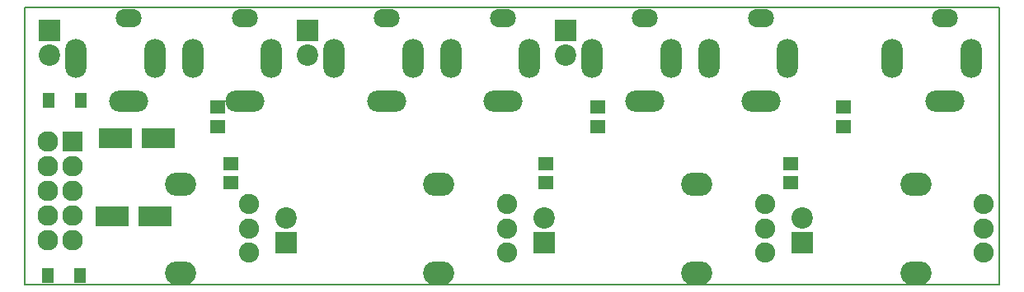
<source format=gbs>
G04 #@! TF.FileFunction,Soldermask,Bot*
%FSLAX46Y46*%
G04 Gerber Fmt 4.6, Leading zero omitted, Abs format (unit mm)*
G04 Created by KiCad (PCBNEW 4.0.5) date 08/02/17 20:53:55*
%MOMM*%
%LPD*%
G01*
G04 APERTURE LIST*
%ADD10C,0.100000*%
%ADD11C,0.150000*%
%ADD12R,3.400000X2.000000*%
%ADD13R,1.300000X1.600000*%
%ADD14R,2.200000X2.200000*%
%ADD15C,2.200000*%
%ADD16R,1.650000X1.400000*%
%ADD17C,2.076400*%
%ADD18O,3.200000X2.400000*%
%ADD19R,2.127200X2.127200*%
%ADD20O,2.127200X2.127200*%
%ADD21O,4.000000X2.200000*%
%ADD22O,2.650000X1.900000*%
%ADD23O,2.200000X4.000000*%
G04 APERTURE END LIST*
D10*
D11*
X98501100Y-119238600D02*
X198501100Y-119238600D01*
X198501100Y-119238600D02*
X198501100Y-90768600D01*
X198501100Y-90768600D02*
X98501100Y-90768600D01*
X98501100Y-90768600D02*
X98501100Y-119238600D01*
D12*
X111800000Y-112200000D03*
X107400000Y-112200000D03*
X107800000Y-104200000D03*
X112200000Y-104200000D03*
D13*
X100950000Y-100300000D03*
X104250000Y-100300000D03*
X104150000Y-118300000D03*
X100850000Y-118300000D03*
D14*
X154000000Y-93100000D03*
D15*
X154000000Y-95640000D03*
D14*
X178300000Y-114940000D03*
D15*
X178300000Y-112400000D03*
D14*
X127500000Y-93100000D03*
D15*
X127500000Y-95640000D03*
D14*
X151800000Y-114940000D03*
D15*
X151800000Y-112400000D03*
D14*
X101000000Y-93100000D03*
D15*
X101000000Y-95640000D03*
D14*
X125300000Y-114940000D03*
D15*
X125300000Y-112400000D03*
D16*
X152000000Y-106800000D03*
X152000000Y-108800000D03*
X119600000Y-106800000D03*
X119600000Y-108800000D03*
X177100000Y-106800000D03*
X177100000Y-108800000D03*
X157300000Y-101000000D03*
X157300000Y-103000000D03*
X118300000Y-101000000D03*
X118300000Y-103000000D03*
X182500000Y-101000000D03*
X182500000Y-103000000D03*
D17*
X196950000Y-116000000D03*
X196950000Y-113500000D03*
X196950000Y-111000000D03*
D18*
X189950000Y-108900000D03*
X189950000Y-118100000D03*
D17*
X174500000Y-116000000D03*
X174500000Y-113500000D03*
X174500000Y-111000000D03*
D18*
X167500000Y-108900000D03*
X167500000Y-118100000D03*
D17*
X148000000Y-116000000D03*
X148000000Y-113500000D03*
X148000000Y-111000000D03*
D18*
X141000000Y-108900000D03*
X141000000Y-118100000D03*
D17*
X121500000Y-116000000D03*
X121500000Y-113500000D03*
X121500000Y-111000000D03*
D18*
X114500000Y-108900000D03*
X114500000Y-118100000D03*
D19*
X103400000Y-104500000D03*
D20*
X100860000Y-104500000D03*
X103400000Y-107040000D03*
X100860000Y-107040000D03*
X103400000Y-109580000D03*
X100860000Y-109580000D03*
X103400000Y-112120000D03*
X100860000Y-112120000D03*
X103400000Y-114660000D03*
X100860000Y-114660000D03*
D21*
X109100000Y-100400000D03*
D22*
X109100000Y-91800000D03*
D23*
X111800000Y-96000000D03*
X103700000Y-96000000D03*
D21*
X135600000Y-100400000D03*
D22*
X135600000Y-91800000D03*
D23*
X138300000Y-96000000D03*
X130200000Y-96000000D03*
D21*
X162100000Y-100400000D03*
D22*
X162100000Y-91800000D03*
D23*
X164800000Y-96000000D03*
X156700000Y-96000000D03*
D21*
X192950000Y-100400000D03*
D22*
X192950000Y-91800000D03*
D23*
X195650000Y-96000000D03*
X187550000Y-96000000D03*
D21*
X121100000Y-100400000D03*
D22*
X121100000Y-91800000D03*
D23*
X123800000Y-96000000D03*
X115700000Y-96000000D03*
D21*
X147600000Y-100400000D03*
D22*
X147600000Y-91800000D03*
D23*
X150300000Y-96000000D03*
X142200000Y-96000000D03*
D21*
X174100000Y-100400000D03*
D22*
X174100000Y-91800000D03*
D23*
X176800000Y-96000000D03*
X168700000Y-96000000D03*
M02*

</source>
